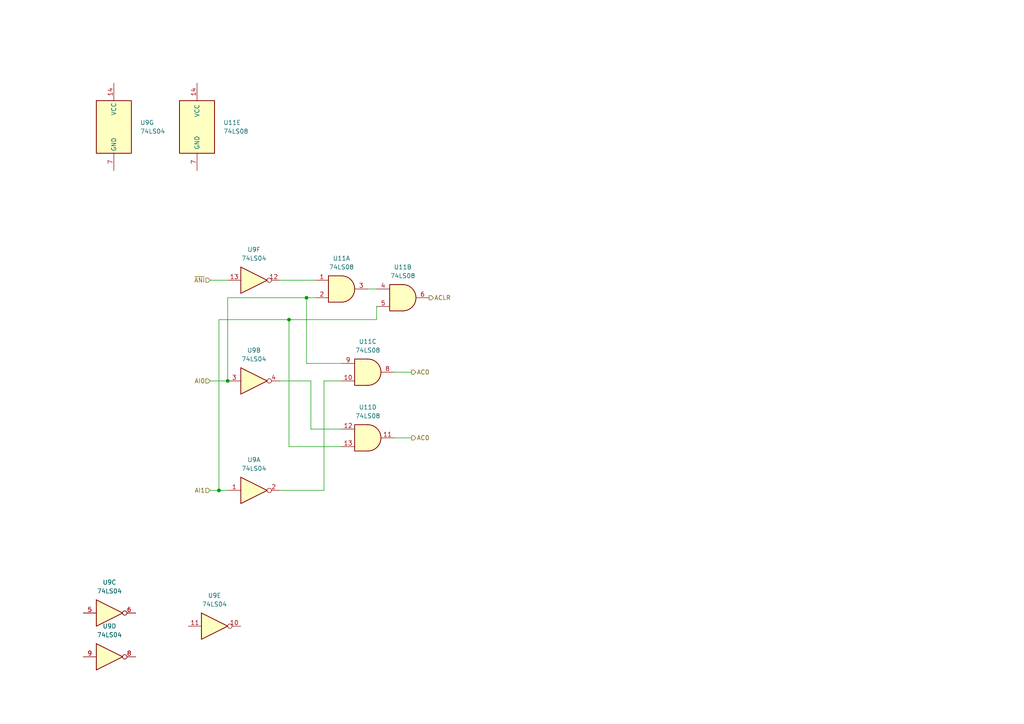
<source format=kicad_sch>
(kicad_sch (version 20250114) (generator "eeschema") (generator_version "9.0")
  (paper "A4")
  (lib_symbols
    (symbol "74xx:74LS04"
      (property "Reference" "U" (at 0 1.27 0))
      (property "Value" "74LS04" (at 0 -1.27 0))
      (symbol "74LS04_1_0"
        (polyline (pts (xy -3.81 3.81) (xy -3.81 -3.81) (xy 3.81 0) (xy -3.81 3.81)) (stroke (width 0.254)) (fill (type background)))
        (pin input line (at -7.62 0 0) (length 3.81) (name "~") (number "1"))
        (pin output inverted (at 7.62 0 180) (length 3.81) (name "~") (number "2"))
      )
      (symbol "74LS04_2_0"
        (polyline (pts (xy -3.81 3.81) (xy -3.81 -3.81) (xy 3.81 0) (xy -3.81 3.81)) (stroke (width 0.254)) (fill (type background)))
        (pin input line (at -7.62 0 0) (length 3.81) (name "~") (number "3"))
        (pin output inverted (at 7.62 0 180) (length 3.81) (name "~") (number "4"))
      )
      (symbol "74LS04_3_0"
        (polyline (pts (xy -3.81 3.81) (xy -3.81 -3.81) (xy 3.81 0) (xy -3.81 3.81)) (stroke (width 0.254)) (fill (type background)))
        (pin input line (at -7.62 0 0) (length 3.81) (name "~") (number "5"))
        (pin output inverted (at 7.62 0 180) (length 3.81) (name "~") (number "6"))
      )
      (symbol "74LS04_4_0"
        (polyline (pts (xy -3.81 3.81) (xy -3.81 -3.81) (xy 3.81 0) (xy -3.81 3.81)) (stroke (width 0.254)) (fill (type background)))
        (pin input line (at -7.62 0 0) (length 3.81) (name "~") (number "9"))
        (pin output inverted (at 7.62 0 180) (length 3.81) (name "~") (number "8"))
      )
      (symbol "74LS04_5_0"
        (polyline (pts (xy -3.81 3.81) (xy -3.81 -3.81) (xy 3.81 0) (xy -3.81 3.81)) (stroke (width 0.254)) (fill (type background)))
        (pin input line (at -7.62 0 0) (length 3.81) (name "~") (number "11"))
        (pin output inverted (at 7.62 0 180) (length 3.81) (name "~") (number "10"))
      )
      (symbol "74LS04_6_0"
        (polyline (pts (xy -3.81 3.81) (xy -3.81 -3.81) (xy 3.81 0) (xy -3.81 3.81)) (stroke (width 0.254)) (fill (type background)))
        (pin input line (at -7.62 0 0) (length 3.81) (name "~") (number "13"))
        (pin output inverted (at 7.62 0 180) (length 3.81) (name "~") (number "12"))
      )
      (symbol "74LS04_7_0"
        (pin power_in line (at 0 12.7 270) (length 5.08) (name "VCC") (number "14"))
        (pin power_in line (at 0 -12.7 90) (length 5.08) (name "GND") (number "7"))
      )
      (symbol "74LS04_7_1"
        (rectangle (start -5.08 7.62) (end 5.08 -7.62) (stroke (width 0.254)) (fill (type background)))
      )
    )
    (symbol "74xx:74LS08" (pin_names (offset 1.016))
      (property "Reference" "U" (at 0 1.27 0))
      (property "Value" "74LS08" (at 0 -1.27 0))
      (symbol "74LS08_1_1"
        (arc (start 0 3.81) (mid 3.7934 0) (end 0 -3.81) (stroke (width 0.254)) (fill (type background)))
        (polyline (pts (xy 0 3.81) (xy -3.81 3.81) (xy -3.81 -3.81) (xy 0 -3.81)) (stroke (width 0.254)) (fill (type background)))
        (pin input line (at -7.62 2.54 0) (length 3.81) (name "~") (number "1"))
        (pin input line (at -7.62 -2.54 0) (length 3.81) (name "~") (number "2"))
        (pin output line (at 7.62 0 180) (length 3.81) (name "~") (number "3"))
      )
      (symbol "74LS08_1_2"
        (arc (start -3.81 3.81) (mid -2.589 0) (end -3.81 -3.81) (stroke (width 0.254)))
        (polyline (pts (xy -3.81 3.81) (xy -0.635 3.81)) (stroke (width 0.254)) (fill (type background)))
        (polyline (pts (xy -3.81 -3.81) (xy -0.635 -3.81)) (stroke (width 0.254)) (fill (type background)))
        (arc (start 3.81 0) (mid 2.1855 -2.584) (end -0.6096 -3.81) (stroke (width 0.254)) (fill (type background)))
        (arc (start -0.6096 3.81) (mid 2.1928 2.5924) (end 3.81 0) (stroke (width 0.254)) (fill (type background)))
        (polyline (pts (xy -0.635 3.81) (xy -3.81 3.81) (xy -3.81 3.81) (xy -3.556 3.4036) (xy -3.0226 2.2606) (xy -2.6924 1.0414) (xy -2.6162 -0.254) (xy -2.7686 -1.4986) (xy -3.175 -2.7178) (xy -3.81 -3.81) (xy -3.81 -3.81) (xy -0.635 -3.81)) (stroke (width -25.4)) (fill (type background)))
        (pin input inverted (at -7.62 2.54 0) (length 4.318) (name "~") (number "1"))
        (pin input inverted (at -7.62 -2.54 0) (length 4.318) (name "~") (number "2"))
        (pin output inverted (at 7.62 0 180) (length 3.81) (name "~") (number "3"))
      )
      (symbol "74LS08_2_1"
        (arc (start 0 3.81) (mid 3.7934 0) (end 0 -3.81) (stroke (width 0.254)) (fill (type background)))
        (polyline (pts (xy 0 3.81) (xy -3.81 3.81) (xy -3.81 -3.81) (xy 0 -3.81)) (stroke (width 0.254)) (fill (type background)))
        (pin input line (at -7.62 2.54 0) (length 3.81) (name "~") (number "4"))
        (pin input line (at -7.62 -2.54 0) (length 3.81) (name "~") (number "5"))
        (pin output line (at 7.62 0 180) (length 3.81) (name "~") (number "6"))
      )
      (symbol "74LS08_2_2"
        (arc (start -3.81 3.81) (mid -2.589 0) (end -3.81 -3.81) (stroke (width 0.254)))
        (polyline (pts (xy -3.81 3.81) (xy -0.635 3.81)) (stroke (width 0.254)) (fill (type background)))
        (polyline (pts (xy -3.81 -3.81) (xy -0.635 -3.81)) (stroke (width 0.254)) (fill (type background)))
        (arc (start 3.81 0) (mid 2.1855 -2.584) (end -0.6096 -3.81) (stroke (width 0.254)) (fill (type background)))
        (arc (start -0.6096 3.81) (mid 2.1928 2.5924) (end 3.81 0) (stroke (width 0.254)) (fill (type background)))
        (polyline (pts (xy -0.635 3.81) (xy -3.81 3.81) (xy -3.81 3.81) (xy -3.556 3.4036) (xy -3.0226 2.2606) (xy -2.6924 1.0414) (xy -2.6162 -0.254) (xy -2.7686 -1.4986) (xy -3.175 -2.7178) (xy -3.81 -3.81) (xy -3.81 -3.81) (xy -0.635 -3.81)) (stroke (width -25.4)) (fill (type background)))
        (pin input inverted (at -7.62 2.54 0) (length 4.318) (name "~") (number "4"))
        (pin input inverted (at -7.62 -2.54 0) (length 4.318) (name "~") (number "5"))
        (pin output inverted (at 7.62 0 180) (length 3.81) (name "~") (number "6"))
      )
      (symbol "74LS08_3_1"
        (arc (start 0 3.81) (mid 3.7934 0) (end 0 -3.81) (stroke (width 0.254)) (fill (type background)))
        (polyline (pts (xy 0 3.81) (xy -3.81 3.81) (xy -3.81 -3.81) (xy 0 -3.81)) (stroke (width 0.254)) (fill (type background)))
        (pin input line (at -7.62 2.54 0) (length 3.81) (name "~") (number "9"))
        (pin input line (at -7.62 -2.54 0) (length 3.81) (name "~") (number "10"))
        (pin output line (at 7.62 0 180) (length 3.81) (name "~") (number "8"))
      )
      (symbol "74LS08_3_2"
        (arc (start -3.81 3.81) (mid -2.589 0) (end -3.81 -3.81) (stroke (width 0.254)))
        (polyline (pts (xy -3.81 3.81) (xy -0.635 3.81)) (stroke (width 0.254)) (fill (type background)))
        (polyline (pts (xy -3.81 -3.81) (xy -0.635 -3.81)) (stroke (width 0.254)) (fill (type background)))
        (arc (start 3.81 0) (mid 2.1855 -2.584) (end -0.6096 -3.81) (stroke (width 0.254)) (fill (type background)))
        (arc (start -0.6096 3.81) (mid 2.1928 2.5924) (end 3.81 0) (stroke (width 0.254)) (fill (type background)))
        (polyline (pts (xy -0.635 3.81) (xy -3.81 3.81) (xy -3.81 3.81) (xy -3.556 3.4036) (xy -3.0226 2.2606) (xy -2.6924 1.0414) (xy -2.6162 -0.254) (xy -2.7686 -1.4986) (xy -3.175 -2.7178) (xy -3.81 -3.81) (xy -3.81 -3.81) (xy -0.635 -3.81)) (stroke (width -25.4)) (fill (type background)))
        (pin input inverted (at -7.62 2.54 0) (length 4.318) (name "~") (number "9"))
        (pin input inverted (at -7.62 -2.54 0) (length 4.318) (name "~") (number "10"))
        (pin output inverted (at 7.62 0 180) (length 3.81) (name "~") (number "8"))
      )
      (symbol "74LS08_4_1"
        (arc (start 0 3.81) (mid 3.7934 0) (end 0 -3.81) (stroke (width 0.254)) (fill (type background)))
        (polyline (pts (xy 0 3.81) (xy -3.81 3.81) (xy -3.81 -3.81) (xy 0 -3.81)) (stroke (width 0.254)) (fill (type background)))
        (pin input line (at -7.62 2.54 0) (length 3.81) (name "~") (number "12"))
        (pin input line (at -7.62 -2.54 0) (length 3.81) (name "~") (number "13"))
        (pin output line (at 7.62 0 180) (length 3.81) (name "~") (number "11"))
      )
      (symbol "74LS08_4_2"
        (arc (start -3.81 3.81) (mid -2.589 0) (end -3.81 -3.81) (stroke (width 0.254)))
        (polyline (pts (xy -3.81 3.81) (xy -0.635 3.81)) (stroke (width 0.254)) (fill (type background)))
        (polyline (pts (xy -3.81 -3.81) (xy -0.635 -3.81)) (stroke (width 0.254)) (fill (type background)))
        (arc (start 3.81 0) (mid 2.1855 -2.584) (end -0.6096 -3.81) (stroke (width 0.254)) (fill (type background)))
        (arc (start -0.6096 3.81) (mid 2.1928 2.5924) (end 3.81 0) (stroke (width 0.254)) (fill (type background)))
        (polyline (pts (xy -0.635 3.81) (xy -3.81 3.81) (xy -3.81 3.81) (xy -3.556 3.4036) (xy -3.0226 2.2606) (xy -2.6924 1.0414) (xy -2.6162 -0.254) (xy -2.7686 -1.4986) (xy -3.175 -2.7178) (xy -3.81 -3.81) (xy -3.81 -3.81) (xy -0.635 -3.81)) (stroke (width -25.4)) (fill (type background)))
        (pin input inverted (at -7.62 2.54 0) (length 4.318) (name "~") (number "12"))
        (pin input inverted (at -7.62 -2.54 0) (length 4.318) (name "~") (number "13"))
        (pin output inverted (at 7.62 0 180) (length 3.81) (name "~") (number "11"))
      )
      (symbol "74LS08_5_0"
        (pin power_in line (at 0 12.7 270) (length 5.08) (name "VCC") (number "14"))
        (pin power_in line (at 0 -12.7 90) (length 5.08) (name "GND") (number "7"))
      )
      (symbol "74LS08_5_1"
        (rectangle (start -5.08 7.62) (end 5.08 -7.62) (stroke (width 0.254)) (fill (type background)))
      )
    )
  )
  (junction (at 88.9 86.36))
  (junction (at 63.5 142.24))
  (junction (at 83.82 92.71))
  (junction (at 66.04 110.49))
  (wire (pts (xy 81.28 81.28) (xy 91.44 81.28)))
  (wire (pts (xy 114.3 107.95) (xy 119.38 107.95)))
  (wire (pts (xy 63.5 142.24) (xy 66.04 142.24)))
  (wire (pts (xy 88.9 86.36) (xy 91.44 86.36)))
  (wire (pts (xy 60.96 81.28) (xy 66.04 81.28)))
  (wire (pts (xy 109.22 92.71) (xy 109.22 88.9)))
  (wire (pts (xy 88.9 105.41) (xy 99.06 105.41)))
  (wire (pts (xy 66.04 86.36) (xy 88.9 86.36)))
  (wire (pts (xy 90.17 110.49) (xy 90.17 124.46)))
  (wire (pts (xy 90.17 124.46) (xy 99.06 124.46)))
  (wire (pts (xy 93.98 142.24) (xy 93.98 110.49)))
  (wire (pts (xy 106.68 83.82) (xy 109.22 83.82)))
  (wire (pts (xy 83.82 92.71) (xy 83.82 129.54)))
  (wire (pts (xy 83.82 92.71) (xy 109.22 92.71)))
  (wire (pts (xy 66.04 110.49) (xy 66.04 86.36)))
  (wire (pts (xy 60.96 142.24) (xy 63.5 142.24)))
  (wire (pts (xy 83.82 129.54) (xy 99.06 129.54)))
  (wire (pts (xy 81.28 142.24) (xy 93.98 142.24)))
  (wire (pts (xy 63.5 92.71) (xy 83.82 92.71)))
  (wire (pts (xy 114.3 127) (xy 119.38 127)))
  (wire (pts (xy 60.96 110.49) (xy 66.04 110.49)))
  (wire (pts (xy 88.9 86.36) (xy 88.9 105.41)))
  (wire (pts (xy 93.98 110.49) (xy 99.06 110.49)))
  (wire (pts (xy 81.28 110.49) (xy 90.17 110.49)))
  (wire (pts (xy 63.5 142.24) (xy 63.5 92.71)))
  (hierarchical_label "AC0" (shape output) (at 119.38 107.95 0))
  (hierarchical_label "AC0" (shape output) (at 119.38 127 0))
  (hierarchical_label "ACLR" (shape output) (at 124.46 86.36 0))
  (hierarchical_label "AI1" (shape input) (at 60.96 142.24 180))
  (hierarchical_label "AI0" (shape input) (at 60.96 110.49 180))
  (hierarchical_label "~{ANI}" (shape input) (at 60.96 81.28 180))
  (symbol (lib_id "74xx:74LS04") (at 33.02 36.83 0) (unit 7)
    (property "Reference" "U9" (at 40.64 35.5599 0) (effects (justify left)))
    (property "Value" "74LS04" (at 40.64 38.0999 0) (effects (justify left)))
    (property "Datasheet" "http://www.ti.com/lit/gpn/sn74LS04" (effects (hide yes)))
    (property "Description" "Hex Inverter" (effects (hide yes)))
  )
  (symbol (lib_id "74xx:74LS08") (at 106.68 127 0) (unit 4)
    (property "Reference" "U11" (at 106.6717 118.11 0))
    (property "Value" "74LS08" (at 106.6717 120.65 0))
    (property "Datasheet" "http://www.ti.com/lit/gpn/sn74LS08" (effects (hide yes)))
    (property "Description" "Quad And2" (effects (hide yes)))
  )
  (symbol (lib_id "74xx:74LS08") (at 57.15 36.83 0) (unit 5)
    (property "Reference" "U11" (at 64.77 35.5599 0) (effects (justify left)))
    (property "Value" "74LS08" (at 64.77 38.0999 0) (effects (justify left)))
    (property "Datasheet" "http://www.ti.com/lit/gpn/sn74LS08" (effects (hide yes)))
    (property "Description" "Quad And2" (effects (hide yes)))
  )
  (symbol (lib_id "74xx:74LS04") (at 31.75 177.8 0) (unit 3)
    (property "Reference" "U9" (at 31.75 168.91 0))
    (property "Value" "74LS04" (at 31.75 171.45 0))
    (property "Datasheet" "http://www.ti.com/lit/gpn/sn74LS04" (effects (hide yes)))
    (property "Description" "Hex Inverter" (effects (hide yes)))
  )
  (symbol (lib_id "74xx:74LS04") (at 62.23 181.61 0) (unit 5)
    (property "Reference" "U9" (at 62.23 172.72 0))
    (property "Value" "74LS04" (at 62.23 175.26 0))
    (property "Datasheet" "http://www.ti.com/lit/gpn/sn74LS04" (effects (hide yes)))
    (property "Description" "Hex Inverter" (effects (hide yes)))
  )
  (symbol (lib_id "74xx:74LS08") (at 106.68 107.95 0) (unit 3)
    (property "Reference" "U11" (at 106.6717 99.06 0))
    (property "Value" "74LS08" (at 106.6717 101.6 0))
    (property "Datasheet" "http://www.ti.com/lit/gpn/sn74LS08" (effects (hide yes)))
    (property "Description" "Quad And2" (effects (hide yes)))
  )
  (symbol (lib_id "74xx:74LS04") (at 73.66 81.28 0) (unit 6)
    (property "Reference" "U9" (at 73.66 72.39 0))
    (property "Value" "74LS04" (at 73.66 74.93 0))
    (property "Datasheet" "http://www.ti.com/lit/gpn/sn74LS04" (effects (hide yes)))
    (property "Description" "Hex Inverter" (effects (hide yes)))
  )
  (symbol (lib_id "74xx:74LS04") (at 73.66 110.49 0) (unit 2)
    (property "Reference" "U9" (at 73.66 101.6 0))
    (property "Value" "74LS04" (at 73.66 104.14 0))
    (property "Datasheet" "http://www.ti.com/lit/gpn/sn74LS04" (effects (hide yes)))
    (property "Description" "Hex Inverter" (effects (hide yes)))
  )
  (symbol (lib_id "74xx:74LS08") (at 99.06 83.82 0) (unit 1)
    (property "Reference" "U11" (at 99.0517 74.93 0))
    (property "Value" "74LS08" (at 99.0517 77.47 0))
    (property "Datasheet" "http://www.ti.com/lit/gpn/sn74LS08" (effects (hide yes)))
    (property "Description" "Quad And2" (effects (hide yes)))
  )
  (symbol (lib_id "74xx:74LS04") (at 73.66 142.24 0) (unit 1)
    (property "Reference" "U9" (at 73.66 133.35 0))
    (property "Value" "74LS04" (at 73.66 135.89 0))
    (property "Datasheet" "http://www.ti.com/lit/gpn/sn74LS04" (effects (hide yes)))
    (property "Description" "Hex Inverter" (effects (hide yes)))
  )
  (symbol (lib_id "74xx:74LS04") (at 31.75 190.5 0) (unit 4)
    (property "Reference" "U9" (at 31.75 181.61 0))
    (property "Value" "74LS04" (at 31.75 184.15 0))
    (property "Datasheet" "http://www.ti.com/lit/gpn/sn74LS04" (effects (hide yes)))
    (property "Description" "Hex Inverter" (effects (hide yes)))
  )
  (symbol (lib_id "74xx:74LS08") (at 116.84 86.36 0) (unit 2)
    (property "Reference" "U11" (at 116.8317 77.47 0))
    (property "Value" "74LS08" (at 116.8317 80.01 0))
    (property "Datasheet" "http://www.ti.com/lit/gpn/sn74LS08" (effects (hide yes)))
    (property "Description" "Quad And2" (effects (hide yes)))
  )
)
</source>
